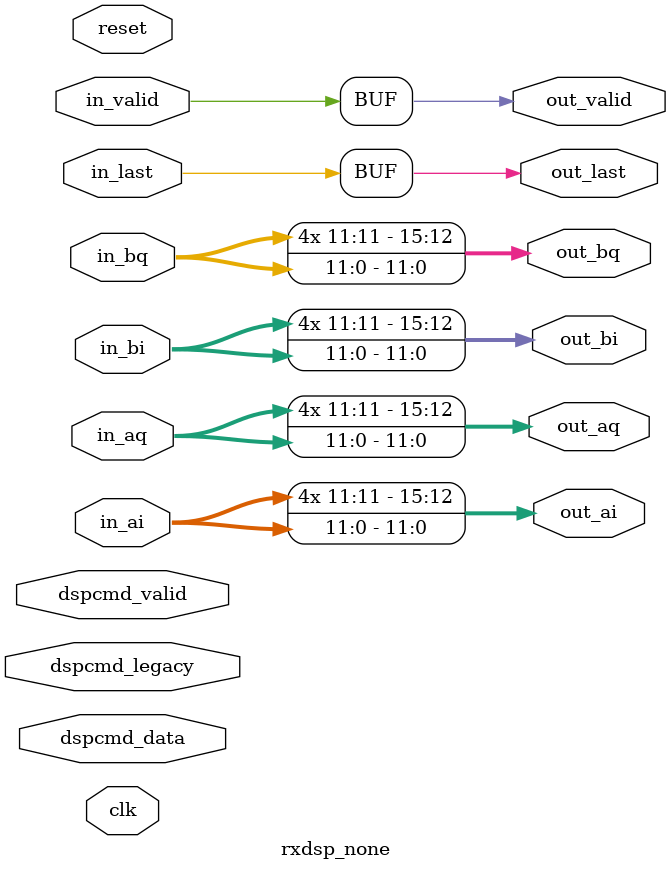
<source format=v>

module rxdsp_none(
   input                       clk,
   input                       reset,

   input                       dspcmd_valid,
   input [27:0]                dspcmd_data,

   input [1:0]                 dspcmd_legacy,

   input [11:0]                in_ai,
   input [11:0]                in_aq,
   input [11:0]                in_bi,
   input [11:0]                in_bq,
   input                       in_valid,
   input                       in_last,

   output [15:0]               out_ai,
   output [15:0]               out_aq,
   output [15:0]               out_bi,
   output [15:0]               out_bq,
   output                      out_valid,
   output                      out_last
);

assign out_ai = { {4{in_ai[11]}}, in_ai};
assign out_aq = { {4{in_aq[11]}}, in_aq};
assign out_bi = { {4{in_bi[11]}}, in_bi};
assign out_bq = { {4{in_bq[11]}}, in_bq};
assign out_valid = in_valid;
assign out_last = in_last;

endmodule

</source>
